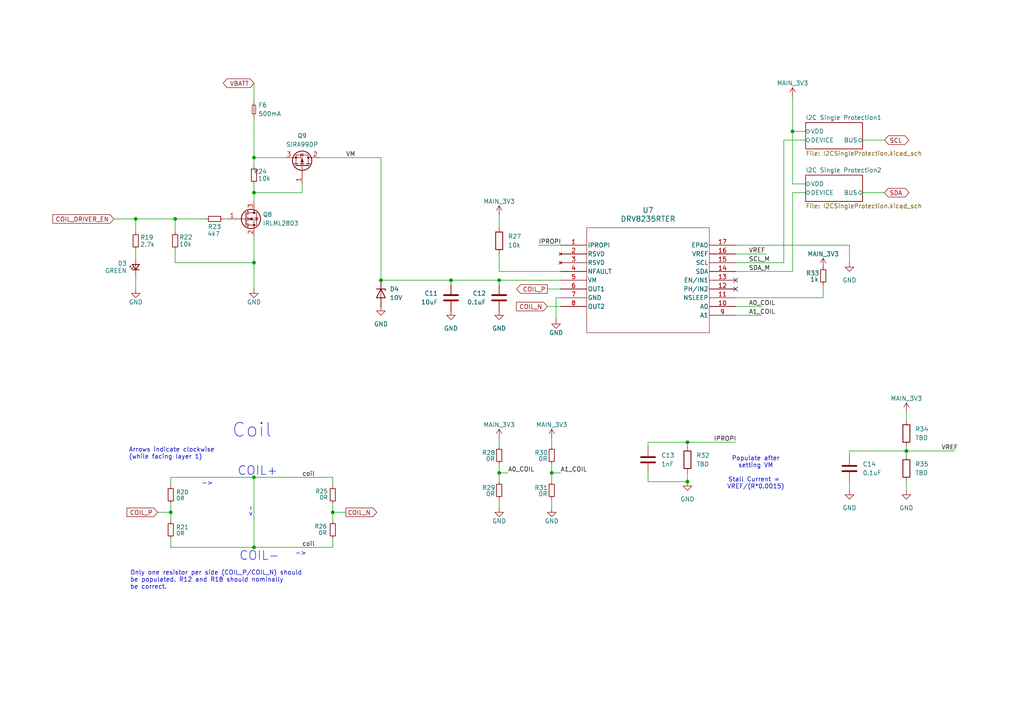
<source format=kicad_sch>
(kicad_sch (version 20231120) (generator "eeschema") (generator_version "8.0")
  (paper "A4")
  (lib_symbols
    (symbol "Argus-IC:DRV8235RTER" (pin_names (offset 0.254))
      (property "Reference" "U" (at 25.4 10.16 0))
      (property "Value" "DRV8235RTER" (at 25.4 7.62 0))
      (symbol "DRV8235RTER_0_1"
        (polyline (pts (xy 7.62 -25.4) (xy 43.18 -25.4)) (stroke (width 0.127)))
        (polyline (pts (xy 7.62 5.08) (xy 7.62 -25.4)) (stroke (width 0.127)))
        (polyline (pts (xy 43.18 -25.4) (xy 43.18 5.08)) (stroke (width 0.127)))
        (polyline (pts (xy 43.18 5.08) (xy 7.62 5.08)) (stroke (width 0.127)))
        (pin power_in line (at 0 0 0) (length 7.62) (name "IPROPI") (number "1"))
        (pin input line (at 50.8 -17.78 180) (length 7.62) (name "A0") (number "10"))
        (pin input line (at 50.8 -15.24 180) (length 7.62) (name "NSLEEP") (number "11"))
        (pin input line (at 50.8 -12.7 180) (length 7.62) (name "PH/IN2") (number "12"))
        (pin input line (at 50.8 -10.16 180) (length 7.62) (name "EN/IN1") (number "13"))
        (pin input line (at 50.8 -7.62 180) (length 7.62) (name "SDA") (number "14"))
        (pin input line (at 50.8 -5.08 180) (length 7.62) (name "SCL") (number "15"))
        (pin input line (at 50.8 -2.54 180) (length 7.62) (name "VREF") (number "16"))
        (pin power_out line (at 50.8 0 180) (length 7.62) (name "EPAD") (number "17"))
        (pin no_connect line (at 0 -2.54 0) (length 7.62) (name "RSVD") (number "2"))
        (pin no_connect line (at 0 -5.08 0) (length 7.62) (name "RSVD") (number "3"))
        (pin output line (at 0 -7.62 0) (length 7.62) (name "NFAULT") (number "4"))
        (pin power_in line (at 0 -10.16 0) (length 7.62) (name "VM") (number "5"))
        (pin output line (at 0 -12.7 0) (length 7.62) (name "OUT1") (number "6"))
        (pin power_out line (at 0 -15.24 0) (length 7.62) (name "GND") (number "7"))
        (pin output line (at 0 -17.78 0) (length 7.62) (name "OUT2") (number "8"))
        (pin input line (at 50.8 -20.32 180) (length 7.62) (name "A1") (number "9"))
      )
    )
    (symbol "Argus-IC:IRLML2803" (pin_names hide)
      (property "Reference" "Q23" (at 2.54 1.27 0))
      (property "Value" "IRLML2803" (at 2.54 -1.27 0))
      (symbol "IRLML2803_0_1"
        (circle (center -0.889 0) (radius 2.794) (stroke (width 0.254)))
        (circle (center 0 -1.778) (radius 0.254) (fill (type outline)))
        (polyline (pts (xy -2.286 0) (xy -5.08 0)))
        (polyline (pts (xy -2.286 1.905) (xy -2.286 -1.905)) (stroke (width 0.254)))
        (polyline (pts (xy -1.778 -1.27) (xy -1.778 -2.286)) (stroke (width 0.254)))
        (polyline (pts (xy -1.778 0.508) (xy -1.778 -0.508)) (stroke (width 0.254)))
        (polyline (pts (xy -1.778 2.286) (xy -1.778 1.27)) (stroke (width 0.254)))
        (polyline (pts (xy 0 2.54) (xy 0 1.778)))
        (polyline (pts (xy 0 -2.54) (xy 0 0) (xy -1.778 0)))
        (polyline (pts (xy -1.778 -1.778) (xy 0.762 -1.778) (xy 0.762 1.778) (xy -1.778 1.778)))
        (polyline (pts (xy -1.524 0) (xy -0.508 0.381) (xy -0.508 -0.381) (xy -1.524 0)) (fill (type outline)))
        (polyline (pts (xy 0.254 0.508) (xy 0.381 0.381) (xy 1.143 0.381) (xy 1.27 0.254)))
        (polyline (pts (xy 0.762 0.381) (xy 0.381 -0.254) (xy 1.143 -0.254) (xy 0.762 0.381)))
        (circle (center 0 1.778) (radius 0.254) (fill (type outline)))
      )
      (symbol "IRLML2803_1_1"
        (pin input line (at -7.62 0 0) (length 2.54) (name "G") (number "1"))
        (pin passive line (at 0 -5.08 90) (length 2.54) (name "S") (number "2"))
        (pin passive line (at 0 5.08 270) (length 2.54) (name "D") (number "3"))
      )
    )
    (symbol "Argus-IC:Q_PMOS_GDS" (pin_names (offset 0) hide)
      (property "Reference" "Q" (at 5.08 1.27 0))
      (property "Value" "Q_PMOS_GDS" (at 5.08 -1.27 0))
      (symbol "Q_PMOS_GDS_0_1"
        (polyline (pts (xy 0.254 0) (xy -2.54 0)))
        (polyline (pts (xy 0.254 1.905) (xy 0.254 -1.905)) (stroke (width 0.254)))
        (polyline (pts (xy 0.762 -1.27) (xy 0.762 -2.286)) (stroke (width 0.254)))
        (polyline (pts (xy 0.762 0.508) (xy 0.762 -0.508)) (stroke (width 0.254)))
        (polyline (pts (xy 0.762 2.286) (xy 0.762 1.27)) (stroke (width 0.254)))
        (polyline (pts (xy 2.54 2.54) (xy 2.54 1.778)))
        (polyline (pts (xy 2.54 -2.54) (xy 2.54 0) (xy 0.762 0)))
        (polyline (pts (xy 0.762 1.778) (xy 3.302 1.778) (xy 3.302 -1.778) (xy 0.762 -1.778)))
        (polyline (pts (xy 2.286 0) (xy 1.27 0.381) (xy 1.27 -0.381) (xy 2.286 0)) (fill (type outline)))
        (polyline (pts (xy 2.794 -0.508) (xy 2.921 -0.381) (xy 3.683 -0.381) (xy 3.81 -0.254)))
        (polyline (pts (xy 3.302 -0.381) (xy 2.921 0.254) (xy 3.683 0.254) (xy 3.302 -0.381)))
        (circle (center 1.651 0) (radius 2.794) (stroke (width 0.254)))
        (circle (center 2.54 -1.778) (radius 0.254) (fill (type outline)))
        (circle (center 2.54 1.778) (radius 0.254) (fill (type outline)))
      )
      (symbol "Q_PMOS_GDS_1_1"
        (pin input line (at -5.08 0 0) (length 2.54) (name "G") (number "1"))
        (pin passive line (at 2.54 5.08 270) (length 2.54) (name "D") (number "2"))
        (pin passive line (at 2.54 -5.08 90) (length 2.54) (name "S") (number "3"))
      )
    )
    (symbol "Device:C" (pin_numbers hide) (pin_names (offset 0.254))
      (property "Reference" "C" (at 0.635 2.54 0))
      (property "Value" "C" (at 0.635 -2.54 0))
      (symbol "C_0_1"
        (polyline (pts (xy -2.032 -0.762) (xy 2.032 -0.762)) (stroke (width 0.508)))
        (polyline (pts (xy -2.032 0.762) (xy 2.032 0.762)) (stroke (width 0.508)))
      )
      (symbol "C_1_1"
        (pin passive line (at 0 3.81 270) (length 2.794) (name "~") (number "1"))
        (pin passive line (at 0 -3.81 90) (length 2.794) (name "~") (number "2"))
      )
    )
    (symbol "Device:Fuse_Small" (pin_numbers hide) (pin_names (offset 0.254) hide)
      (property "Reference" "F" (at 0 -1.524 0))
      (property "Value" "Fuse_Small" (at 0 1.524 0))
      (symbol "Fuse_Small_0_1"
        (rectangle (start -1.27 0.508) (end 1.27 -0.508))
        (polyline (pts (xy -1.27 0) (xy 1.27 0)))
      )
      (symbol "Fuse_Small_1_1"
        (pin passive line (at -2.54 0 0) (length 1.27) (name "~") (number "1"))
        (pin passive line (at 2.54 0 180) (length 1.27) (name "~") (number "2"))
      )
    )
    (symbol "Device:LED_Small" (pin_numbers hide) (pin_names (offset 0.254) hide)
      (property "Reference" "D" (at -1.27 3.175 0))
      (property "Value" "LED_Small" (at -4.445 -2.54 0))
      (symbol "LED_Small_0_1"
        (polyline (pts (xy -0.762 -1.016) (xy -0.762 1.016)) (stroke (width 0.254)))
        (polyline (pts (xy 1.016 0) (xy -0.762 0)))
        (polyline (pts (xy 0.762 -1.016) (xy -0.762 0) (xy 0.762 1.016) (xy 0.762 -1.016)) (stroke (width 0.254)))
        (polyline (pts (xy 0 0.762) (xy -0.508 1.27) (xy -0.254 1.27) (xy -0.508 1.27) (xy -0.508 1.016)))
        (polyline (pts (xy 0.508 1.27) (xy 0 1.778) (xy 0.254 1.778) (xy 0 1.778) (xy 0 1.524)))
      )
      (symbol "LED_Small_1_1"
        (pin passive line (at -2.54 0 0) (length 1.778) (name "K") (number "1"))
        (pin passive line (at 2.54 0 180) (length 1.778) (name "A") (number "2"))
      )
    )
    (symbol "Device:R" (pin_numbers hide) (pin_names (offset 0))
      (property "Reference" "R" (at 2.032 0 90))
      (property "Value" "R" (at 0 0 90))
      (symbol "R_0_1"
        (rectangle (start -1.016 -2.54) (end 1.016 2.54) (stroke (width 0.254)))
      )
      (symbol "R_1_1"
        (pin passive line (at 0 3.81 270) (length 1.27) (name "~") (number "1"))
        (pin passive line (at 0 -3.81 90) (length 1.27) (name "~") (number "2"))
      )
    )
    (symbol "Device:R_Small" (pin_numbers hide) (pin_names (offset 0.254) hide)
      (property "Reference" "R" (at 0.762 0.508 0))
      (property "Value" "R_Small" (at 0.762 -1.016 0))
      (symbol "R_Small_0_1"
        (rectangle (start -0.762 1.778) (end 0.762 -1.778) (stroke (width 0.2032)))
      )
      (symbol "R_Small_1_1"
        (pin passive line (at 0 2.54 270) (length 0.762) (name "~") (number "1"))
        (pin passive line (at 0 -2.54 90) (length 0.762) (name "~") (number "2"))
      )
    )
    (symbol "Diode:PTVS10VZ1USK" (pin_numbers hide) (pin_names hide)
      (property "Reference" "D" (at 0 2.54 0))
      (property "Value" "PTVS10VZ1USK" (at 0 -2.54 0))
      (symbol "PTVS10VZ1USK_0_1"
        (polyline (pts (xy 1.27 0) (xy -1.27 0)))
        (polyline (pts (xy -1.27 -1.27) (xy -1.27 1.27) (xy -0.762 1.27)) (stroke (width 0.254)))
        (polyline (pts (xy 1.27 -1.27) (xy 1.27 1.27) (xy -1.27 0) (xy 1.27 -1.27)) (stroke (width 0.254)))
      )
      (symbol "PTVS10VZ1USK_1_1"
        (pin passive line (at -3.81 0 0) (length 2.54) (name "K") (number "1"))
        (pin passive line (at 3.81 0 180) (length 2.54) (name "A") (number "2"))
      )
    )
    (symbol "power:+3.3V" (power) (pin_numbers hide) (pin_names (offset 0) hide)
      (property "Value" "+3.3V" (at 0 3.556 0))
      (symbol "+3.3V_0_1"
        (polyline (pts (xy -0.762 1.27) (xy 0 2.54)))
        (polyline (pts (xy 0 0) (xy 0 2.54)))
        (polyline (pts (xy 0 2.54) (xy 0.762 1.27)))
      )
      (symbol "+3.3V_1_1"
        (pin power_in line (at 0 0 90) (length 0) (name "~") (number "1"))
      )
    )
    (symbol "power:GND" (power) (pin_numbers hide) (pin_names (offset 0) hide)
      (property "Value" "GND" (at 0 -3.81 0))
      (symbol "GND_0_1"
        (polyline (pts (xy 0 0) (xy 0 -1.27) (xy 1.27 -1.27) (xy 0 -2.54) (xy -1.27 -1.27) (xy 0 -1.27)))
      )
      (symbol "GND_1_1"
        (pin power_in line (at 0 0 270) (length 0) (name "~") (number "1"))
      )
    )
  )
  (junction (at 39.37 63.5))
  (junction (at 73.66 138.43))
  (junction (at 229.87 38.1))
  (junction (at 73.66 55.88))
  (junction (at 73.66 76.2))
  (junction (at 144.78 81.28))
  (junction (at 144.78 137.16))
  (junction (at 49.53 148.59))
  (junction (at 73.66 45.72))
  (junction (at 199.39 139.7))
  (junction (at 160.02 137.16))
  (junction (at 199.39 128.27))
  (junction (at 50.8 63.5))
  (junction (at 262.89 130.81))
  (junction (at 96.52 148.59))
  (junction (at 73.66 158.75))
  (junction (at 130.81 81.28))
  (junction (at 110.49 81.28))
  (no_connect (at 213.36 81.28))
  (no_connect (at 213.36 83.82))
  (wire (pts (xy 144.78 144.78) (xy 144.78 147.32)))
  (wire (pts (xy 229.87 38.1) (xy 229.87 53.34)))
  (wire (pts (xy 250.19 55.88) (xy 256.54 55.88)))
  (wire (pts (xy 213.36 71.12) (xy 246.38 71.12)))
  (wire (pts (xy 144.78 62.23) (xy 144.78 66.04)))
  (wire (pts (xy 238.76 82.55) (xy 238.76 86.36)))
  (wire (pts (xy 96.52 148.59) (xy 96.52 151.13)))
  (wire (pts (xy 73.66 24.13) (xy 73.66 29.21)))
  (wire (pts (xy 144.78 137.16) (xy 147.32 137.16)))
  (wire (pts (xy 39.37 63.5) (xy 39.37 67.31)) (stroke (width 0.1524)))
  (wire (pts (xy 45.72 148.59) (xy 49.53 148.59)))
  (wire (pts (xy 156.21 71.12) (xy 162.56 71.12)))
  (wire (pts (xy 73.66 138.43) (xy 96.52 138.43)))
  (wire (pts (xy 213.36 78.74) (xy 229.87 78.74)))
  (wire (pts (xy 73.66 55.88) (xy 73.66 58.42)) (stroke (width 0.1524)))
  (wire (pts (xy 100.33 148.59) (xy 96.52 148.59)))
  (wire (pts (xy 130.81 82.55) (xy 130.81 81.28)))
  (wire (pts (xy 213.36 88.9) (xy 220.98 88.9)))
  (wire (pts (xy 160.02 144.78) (xy 160.02 147.32)))
  (wire (pts (xy 227.33 40.64) (xy 233.68 40.64)))
  (wire (pts (xy 262.89 129.54) (xy 262.89 130.81)))
  (wire (pts (xy 162.56 86.36) (xy 161.29 86.36)))
  (wire (pts (xy 262.89 130.81) (xy 262.89 132.08)))
  (wire (pts (xy 73.66 158.75) (xy 96.52 158.75)))
  (wire (pts (xy 49.53 138.43) (xy 73.66 138.43)))
  (wire (pts (xy 50.8 63.5) (xy 50.8 67.31)) (stroke (width 0.1524)))
  (wire (pts (xy 160.02 134.62) (xy 160.02 137.16)))
  (wire (pts (xy 229.87 27.94) (xy 229.87 38.1)))
  (wire (pts (xy 199.39 128.27) (xy 187.96 128.27)))
  (wire (pts (xy 229.87 78.74) (xy 229.87 55.88)))
  (wire (pts (xy 262.89 130.81) (xy 276.86 130.81)))
  (wire (pts (xy 144.78 82.55) (xy 144.78 81.28)))
  (wire (pts (xy 160.02 137.16) (xy 162.56 137.16)))
  (wire (pts (xy 213.36 76.2) (xy 227.33 76.2)))
  (wire (pts (xy 39.37 72.39) (xy 39.37 74.93)))
  (wire (pts (xy 158.75 83.82) (xy 162.56 83.82)))
  (wire (pts (xy 73.66 55.88) (xy 87.63 55.88)) (stroke (width 0.1524)))
  (wire (pts (xy 39.37 83.82) (xy 39.37 80.01)))
  (wire (pts (xy 130.81 81.28) (xy 144.78 81.28)))
  (wire (pts (xy 246.38 71.12) (xy 246.38 76.2)))
  (wire (pts (xy 49.53 146.05) (xy 49.53 148.59)))
  (wire (pts (xy 39.37 63.5) (xy 33.02 63.5)) (stroke (width 0.1524)))
  (wire (pts (xy 144.78 78.74) (xy 162.56 78.74)))
  (wire (pts (xy 73.66 34.29) (xy 73.66 38.1)))
  (wire (pts (xy 144.78 127) (xy 144.78 129.54)))
  (wire (pts (xy 64.77 63.5) (xy 66.04 63.5)))
  (wire (pts (xy 144.78 81.28) (xy 162.56 81.28)))
  (wire (pts (xy 246.38 130.81) (xy 262.89 130.81)))
  (wire (pts (xy 213.36 91.44) (xy 220.98 91.44)))
  (wire (pts (xy 73.66 45.72) (xy 82.55 45.72)) (stroke (width 0.1524)))
  (wire (pts (xy 187.96 128.27) (xy 187.96 129.54)))
  (wire (pts (xy 110.49 81.28) (xy 110.49 45.72)))
  (wire (pts (xy 199.39 139.7) (xy 199.39 137.16)))
  (wire (pts (xy 73.66 83.82) (xy 73.66 76.2)))
  (wire (pts (xy 73.66 38.1) (xy 73.66 45.72)) (stroke (width 0.1524)))
  (wire (pts (xy 144.78 134.62) (xy 144.78 137.16)))
  (wire (pts (xy 87.63 55.88) (xy 87.63 53.34)) (stroke (width 0.1524)))
  (wire (pts (xy 144.78 137.16) (xy 144.78 139.7)))
  (wire (pts (xy 262.89 139.7) (xy 262.89 142.24)))
  (wire (pts (xy 199.39 128.27) (xy 199.39 129.54)))
  (wire (pts (xy 144.78 73.66) (xy 144.78 78.74)))
  (wire (pts (xy 229.87 55.88) (xy 233.68 55.88)))
  (wire (pts (xy 233.68 53.34) (xy 229.87 53.34)))
  (wire (pts (xy 58.42 63.5) (xy 59.69 63.5)))
  (wire (pts (xy 96.52 146.05) (xy 96.52 148.59)))
  (wire (pts (xy 49.53 158.75) (xy 73.66 158.75)))
  (wire (pts (xy 161.29 86.36) (xy 161.29 92.71)))
  (wire (pts (xy 227.33 76.2) (xy 227.33 40.64)))
  (wire (pts (xy 160.02 137.16) (xy 160.02 139.7)))
  (wire (pts (xy 73.66 68.58) (xy 73.66 76.2)))
  (wire (pts (xy 229.87 38.1) (xy 233.68 38.1)))
  (wire (pts (xy 49.53 156.21) (xy 49.53 158.75)))
  (wire (pts (xy 49.53 138.43) (xy 49.53 140.97)))
  (wire (pts (xy 49.53 148.59) (xy 49.53 151.13)))
  (wire (pts (xy 50.8 76.2) (xy 50.8 72.39)))
  (wire (pts (xy 187.96 137.16) (xy 187.96 139.7)))
  (wire (pts (xy 262.89 119.38) (xy 262.89 121.92)))
  (wire (pts (xy 158.75 88.9) (xy 162.56 88.9)))
  (wire (pts (xy 110.49 81.28) (xy 130.81 81.28)))
  (wire (pts (xy 73.66 53.34) (xy 73.66 55.88)))
  (wire (pts (xy 73.66 45.72) (xy 73.66 48.26)))
  (wire (pts (xy 39.37 63.5) (xy 50.8 63.5)) (stroke (width 0.1524)))
  (wire (pts (xy 160.02 127) (xy 160.02 129.54)))
  (wire (pts (xy 50.8 63.5) (xy 58.42 63.5)) (stroke (width 0.1524)))
  (wire (pts (xy 92.71 45.72) (xy 110.49 45.72)))
  (wire (pts (xy 96.52 138.43) (xy 96.52 140.97)))
  (wire (pts (xy 213.36 73.66) (xy 222.25 73.66)))
  (wire (pts (xy 213.36 86.36) (xy 238.76 86.36)))
  (wire (pts (xy 187.96 139.7) (xy 199.39 139.7)))
  (wire (pts (xy 246.38 130.81) (xy 246.38 132.08)))
  (wire (pts (xy 50.8 76.2) (xy 73.66 76.2)))
  (wire (pts (xy 199.39 128.27) (xy 213.36 128.27)))
  (wire (pts (xy 96.52 156.21) (xy 96.52 158.75)))
  (wire (pts (xy 246.38 139.7) (xy 246.38 142.24)))
  (wire (pts (xy 250.19 40.64) (xy 256.54 40.64)))
  (wire (pts (xy 73.66 138.43) (xy 73.66 158.75)))
  (text "->" (at 58.42 140.97 0) (effects (font (size 1.27 1.27)) (justify left bottom)))
  (text "COIL+" (at 68.834 138.176 0) (effects (font (size 2.54 2.54)) (justify left bottom)))
  (text "Coil" (at 67.183 127.254 0) (effects (font (size 4 4)) (justify left bottom)))
  (text "Arrows indicate clockwise\n(while facing layer 1)" (at 37.338 133.35 0) (effects (font (size 1.27 1.27)) (justify left bottom)))
  (text "Only one resistor per side (COIL_P/COIL_N) should \nbe populated. R12 and R18 should nominally \nbe correct." (at 37.719 171.069 0) (effects (font (size 1.27 1.27)) (justify left bottom)))
  (text "->" (at 88.9 161.29 0) (effects (font (size 1.27 1.27)) (justify right bottom)))
  (text "COIL-" (at 69.342 162.814 0) (effects (font (size 2.54 2.54)) (justify left bottom)))
  (text "Populate after\nsetting VM\n\nStall Current = \nVREF/(R*0.0015)" (at 219.202 137.16 0) (effects (font (size 1.27 1.27))))
  (text "<-" (at 73.406 150.114 90) (effects (font (size 1.27 1.27)) (justify left bottom)))
  (label "VM" (at 100.33 45.72 0))
  (label "IPROPI" (at 207.01 128.27 0))
  (label "VREF" (at 273.05 130.81 0))
  (label "A1_COIL" (at 217.17 91.44 0))
  (label "coil" (at 87.63 158.75 0))
  (label "SDA_M" (at 217.17 78.74 0))
  (label "SCL_M" (at 217.17 76.2 0))
  (label "A0_COIL" (at 217.17 88.9 0))
  (label "A1_COIL" (at 162.56 137.16 0))
  (label "A0_COIL" (at 147.32 137.16 0))
  (label "IPROPI" (at 156.21 71.12 0))
  (label "coil" (at 87.63 138.43 0))
  (label "VREF" (at 217.17 73.66 0))
  (global_label "COIL_DRIVER_EN" (shape input) (at 33.02 63.5 180) (property "Intersheetrefs" "${INTERSHEET_REFS}" (effects (hide yes))))
  (global_label "COIL_N" (shape output) (at 100.33 148.59 0) (property "Intersheetrefs" "${INTERSHEET_REFS}" (effects (hide yes))))
  (global_label "SCL" (shape bidirectional) (at 256.54 40.64 0) (property "Intersheetrefs" "${INTERSHEET_REFS}" (effects (hide yes))))
  (global_label "VBATT" (shape bidirectional) (at 73.66 24.13 180) (property "Intersheetrefs" "${INTERSHEET_REFS}" (effects (hide yes))))
  (global_label "COIL_P" (shape output) (at 158.75 83.82 180) (property "Intersheetrefs" "${INTERSHEET_REFS}" (effects (hide yes))))
  (global_label "COIL_N" (shape input) (at 158.75 88.9 180) (property "Intersheetrefs" "${INTERSHEET_REFS}" (effects (hide yes))))
  (global_label "SDA" (shape bidirectional) (at 256.54 55.88 0) (property "Intersheetrefs" "${INTERSHEET_REFS}" (effects (hide yes))))
  (global_label "COIL_P" (shape input) (at 45.72 148.59 180) (property "Intersheetrefs" "${INTERSHEET_REFS}" (effects (hide yes))))
  (symbol (lib_id "Device:C") (at 130.81 86.36 0) (mirror y) (unit 1)
    (property "Reference" "C11" (at 127 85.0899 0) (effects (justify left)))
    (property "Value" "10uF" (at 127 87.6299 0) (effects (justify left)))
    (property "Footprint" "Capacitor_SMD:C_1210_3225Metric" (effects (hide yes)))
    (property "Description" "Unpolarized capacitor" (effects (hide yes)))
  )
  (symbol (lib_id "Device:R") (at 262.89 125.73 0) (unit 1)
    (property "Reference" "R34" (at 265.43 124.4599 0) (effects (justify left)))
    (property "Value" "TBD" (at 265.43 126.9999 0) (effects (justify left)))
    (property "Footprint" "Resistor_SMD:R_0603_1608Metric" (effects (hide yes)))
    (property "Description" "Resistor" (effects (hide yes)))
  )
  (symbol (lib_id "Argus-IC:DRV8235RTER") (at 162.56 71.12 0) (unit 1)
    (property "Reference" "U7" (at 187.96 60.96 0) (effects (font (size 1.524 1.524))))
    (property "Value" "DRV8235RTER" (at 187.96 63.5 0) (effects (font (size 1.524 1.524))))
    (property "Footprint" "Argus-IC:WQFN16_RTE_TEX" (effects (hide yes)))
    (property "Datasheet" "DRV8235RTER" (effects (hide yes)))
  )
  (symbol (lib_id "Device:R_Small") (at 39.37 69.85 0) (unit 1)
    (property "Reference" "R19" (at 40.64 69.596 0) (effects (justify left bottom)))
    (property "Value" "2.7k" (at 40.64 71.628 0) (effects (justify left bottom)))
    (property "Footprint" "Resistor_SMD:R_0603_1608Metric" (effects (hide yes)))
    (property "Description" "Resistor, small symbol" (effects (hide yes)))
    (property "DIS" "Digi-Key" (effects (hide yes)))
    (property "DPN" "A129693CT-ND" (effects (hide yes)))
    (property "MFR" "TE" (effects (hide yes)))
    (property "MPN" "CRGCQ0603F2K7" (effects (hide yes)))
  )
  (symbol (lib_id "power:GND") (at 199.39 139.7 0) (unit 1)
    (property "Reference" "#PWR031" (effects (hide yes)))
    (property "Value" "GND" (at 199.39 144.78 0))
    (property "Description" "Power symbol creates a global label with name \"GND\" , ground" (effects (hide yes)))
  )
  (symbol (lib_id "power:GND") (at 246.38 76.2 0) (unit 1)
    (property "Reference" "#PWR034" (effects (hide yes)))
    (property "Value" "GND" (at 246.38 81.28 0))
    (property "Description" "Power symbol creates a global label with name \"GND\" , ground" (effects (hide yes)))
  )
  (symbol (lib_id "power:GND") (at 130.81 90.17 0) (mirror y) (unit 1)
    (property "Reference" "#PWR023" (effects (hide yes)))
    (property "Value" "GND" (at 130.81 95.25 0))
    (property "Description" "Power symbol creates a global label with name \"GND\" , ground" (effects (hide yes)))
  )
  (symbol (lib_id "Device:C") (at 246.38 135.89 0) (unit 1)
    (property "Reference" "C14" (at 250.19 134.6199 0) (effects (justify left)))
    (property "Value" "0.1uF" (at 250.19 137.1599 0) (effects (justify left)))
    (property "Footprint" "Capacitor_SMD:C_0603_1608Metric" (effects (hide yes)))
    (property "Description" "Unpolarized capacitor" (effects (hide yes)))
  )
  (symbol (lib_id "power:GND") (at 246.38 142.24 0) (unit 1)
    (property "Reference" "#PWR035" (effects (hide yes)))
    (property "Value" "GND" (at 246.38 147.32 0))
    (property "Description" "Power symbol creates a global label with name \"GND\" , ground" (effects (hide yes)))
  )
  (symbol (lib_id "power:GND") (at 73.66 83.82 0) (mirror y) (unit 1)
    (property "Reference" "#GND02" (effects (hide yes)))
    (property "Value" "GND" (at 73.66 87.63 0))
    (property "Description" "Power symbol creates a global label with name \"GND\" , ground" (effects (hide yes)))
  )
  (symbol (lib_id "power:GND") (at 262.89 142.24 0) (unit 1)
    (property "Reference" "#PWR037" (effects (hide yes)))
    (property "Value" "GND" (at 262.89 147.32 0))
    (property "Description" "Power symbol creates a global label with name \"GND\" , ground" (effects (hide yes)))
  )
  (symbol (lib_id "power:+3.3V") (at 144.78 62.23 0) (unit 1)
    (property "Reference" "#PWR024" (effects (hide yes)))
    (property "Value" "MAIN_3V3" (at 144.78 58.42 0))
    (property "Description" "Power symbol creates a global label with name \"+3.3V\"" (effects (hide yes)))
  )
  (symbol (lib_id "Diode:PTVS10VZ1USK") (at 110.49 85.09 270) (unit 1)
    (property "Reference" "D4" (at 113.03 83.8199 90) (effects (justify left)))
    (property "Value" "10V" (at 113.03 86.3599 90) (effects (justify left)))
    (property "Footprint" "Diode_SMD:Nexperia_DSN1608-2_1.6x0.8mm" (effects (hide yes)))
    (property "Datasheet" "https://assets.nexperia.com/documents/data-sheet/PTVS10VZ1USK.pdf" (effects (hide yes)))
    (property "Description" "10V, 2000W TVS unidirectional diode, DSN1608-2" (effects (hide yes)))
  )
  (symbol (lib_id "power:GND") (at 144.78 147.32 0) (unit 1)
    (property "Reference" "#PWR027" (effects (hide yes)))
    (property "Value" "GND" (at 144.78 151.13 0))
    (property "Description" "Power symbol creates a global label with name \"GND\" , ground" (effects (hide yes)))
  )
  (symbol (lib_id "power:GND") (at 161.29 92.71 0) (unit 1)
    (property "Reference" "#PWR030" (effects (hide yes)))
    (property "Value" "GND" (at 161.29 96.52 0))
    (property "Description" "Power symbol creates a global label with name \"GND\" , ground" (effects (hide yes)))
  )
  (symbol (lib_id "Argus-IC:Q_PMOS_GDS") (at 87.63 48.26 270) (mirror x) (unit 1)
    (property "Reference" "Q9" (at 87.63 39.37 90))
    (property "Value" "SiRA99DP" (at 87.63 41.91 90))
    (property "Footprint" "Argus-Miscellaneous:PowerPAK SO-8" (effects (hide yes)))
    (property "Description" "P-MOSFET transistor, gate/drain/source" (effects (hide yes)))
  )
  (symbol (lib_id "Device:R_Small") (at 96.52 143.51 180) (unit 1)
    (property "Reference" "R25" (at 91.44 142.494 0) (effects (font (size 1.2 1.2)) (justify right)))
    (property "Value" "0R" (at 92.583 144.272 0) (effects (font (size 1.2 1.2)) (justify right)))
    (property "Footprint" "Resistor_SMD:R_0603_1608Metric" (effects (hide yes)))
    (property "Description" "Resistor, small symbol" (effects (hide yes)))
  )
  (symbol (lib_id "power:+3.3V") (at 238.76 77.47 0) (unit 1)
    (property "Reference" "#PWR033" (effects (hide yes)))
    (property "Value" "MAIN_3V3" (at 238.76 73.66 0))
    (property "Description" "Power symbol creates a global label with name \"+3.3V\"" (effects (hide yes)))
  )
  (symbol (lib_id "Device:R_Small") (at 96.52 153.67 180) (unit 1)
    (property "Reference" "R26" (at 91.186 152.654 0) (effects (font (size 1.2 1.2)) (justify right)))
    (property "Value" "0R" (at 92.329 154.559 0) (effects (font (size 1.2 1.2)) (justify right)))
    (property "Footprint" "Resistor_SMD:R_0603_1608Metric" (effects (hide yes)))
    (property "Description" "Resistor, small symbol" (effects (hide yes)))
  )
  (symbol (lib_id "Device:C") (at 187.96 133.35 0) (unit 1)
    (property "Reference" "C13" (at 191.77 132.0799 0) (effects (justify left)))
    (property "Value" "1nF" (at 191.77 134.6199 0) (effects (justify left)))
    (property "Footprint" "Capacitor_SMD:C_0603_1608Metric" (effects (hide yes)))
    (property "Description" "Unpolarized capacitor" (effects (hide yes)))
  )
  (symbol (lib_id "Device:R_Small") (at 238.76 80.01 0) (mirror x) (unit 1)
    (property "Reference" "R33" (at 235.712 79.248 0))
    (property "Value" "1k" (at 236.22 81.026 0))
    (property "Footprint" "Resistor_SMD:R_0603_1608Metric" (effects (hide yes)))
    (property "Description" "Resistor, small symbol" (effects (hide yes)))
  )
  (symbol (lib_id "Device:R") (at 144.78 69.85 0) (unit 1)
    (property "Reference" "R27" (at 147.32 68.5799 0) (effects (justify left)))
    (property "Value" "10k" (at 147.32 71.1199 0) (effects (justify left)))
    (property "Footprint" "Resistor_SMD:R_0603_1608Metric" (effects (hide yes)))
    (property "Description" "Resistor" (effects (hide yes)))
  )
  (symbol (lib_id "power:+3.3V") (at 144.78 127 0) (unit 1)
    (property "Reference" "#PWR026" (effects (hide yes)))
    (property "Value" "MAIN_3V3" (at 144.78 123.19 0))
    (property "Description" "Power symbol creates a global label with name \"+3.3V\"" (effects (hide yes)))
  )
  (symbol (lib_id "power:GND") (at 160.02 147.32 0) (unit 1)
    (property "Reference" "#PWR029" (effects (hide yes)))
    (property "Value" "GND" (at 160.02 151.13 0))
    (property "Description" "Power symbol creates a global label with name \"GND\" , ground" (effects (hide yes)))
  )
  (symbol (lib_id "Device:R_Small") (at 49.53 153.67 180) (unit 1)
    (property "Reference" "R21" (at 51.054 152.908 0) (effects (font (size 1.2 1.2)) (justify right)))
    (property "Value" "0R" (at 51.054 154.686 0) (effects (font (size 1.2 1.2)) (justify right)))
    (property "Footprint" "Resistor_SMD:R_0603_1608Metric" (effects (hide yes)))
    (property "Description" "Resistor, small symbol" (effects (hide yes)))
  )
  (symbol (lib_id "Device:R_Small") (at 160.02 132.08 0) (mirror x) (unit 1)
    (property "Reference" "R30" (at 156.972 131.318 0))
    (property "Value" "0R" (at 157.48 133.096 0))
    (property "Footprint" "Resistor_SMD:R_0603_1608Metric" (effects (hide yes)))
    (property "Description" "Resistor, small symbol" (effects (hide yes)))
  )
  (symbol (lib_id "Device:R") (at 199.39 133.35 0) (unit 1)
    (property "Reference" "R32" (at 201.93 132.0799 0) (effects (justify left)))
    (property "Value" "TBD" (at 201.93 134.6199 0) (effects (justify left)))
    (property "Footprint" "Resistor_SMD:R_0603_1608Metric" (effects (hide yes)))
    (property "Description" "Resistor" (effects (hide yes)))
  )
  (symbol (lib_id "Device:LED_Small") (at 39.37 77.47 90) (unit 1)
    (property "Reference" "D3" (at 36.83 75.692 90) (effects (justify left bottom)))
    (property "Value" "GREEN" (at 36.83 79.248 90) (effects (justify left top)))
    (property "Footprint" "LED_SMD:LED_0603_1608Metric" (effects (hide yes)))
    (property "Description" "Light emitting diode, small symbol" (effects (hide yes)))
    (property "DIS" "Digi-Key" (effects (hide yes)))
    (property "DPN" "1830-1064-1-ND" (effects (hide yes)))
    (property "MFR" "Inolux" (effects (hide yes)))
    (property "MPN" "IN-S63AT5A" (effects (hide yes)))
  )
  (symbol (lib_id "power:GND") (at 39.37 83.82 0) (mirror y) (unit 1)
    (property "Reference" "#GND01" (effects (hide yes)))
    (property "Value" "GND" (at 39.37 87.63 0))
    (property "Description" "Power symbol creates a global label with name \"GND\" , ground" (effects (hide yes)))
  )
  (symbol (lib_id "Device:R_Small") (at 144.78 142.24 0) (mirror x) (unit 1)
    (property "Reference" "R29" (at 141.732 141.478 0))
    (property "Value" "0R" (at 142.24 143.256 0))
    (property "Footprint" "Resistor_SMD:R_0603_1608Metric" (effects (hide yes)))
    (property "Description" "Resistor, small symbol" (effects (hide yes)))
  )
  (symbol (lib_id "Device:R_Small") (at 62.23 63.5 90) (unit 1)
    (property "Reference" "R23" (at 62.23 65.786 90))
    (property "Value" "4k7" (at 61.976 67.818 90))
    (property "Footprint" "Resistor_SMD:R_0603_1608Metric" (effects (hide yes)))
    (property "Description" "Resistor, small symbol" (effects (hide yes)))
  )
  (symbol (lib_id "Device:R") (at 262.89 135.89 0) (unit 1)
    (property "Reference" "R35" (at 265.43 134.6199 0) (effects (justify left)))
    (property "Value" "TBD" (at 265.43 137.1599 0) (effects (justify left)))
    (property "Footprint" "Resistor_SMD:R_0603_1608Metric" (effects (hide yes)))
    (property "Description" "Resistor" (effects (hide yes)))
  )
  (symbol (lib_id "Device:R_Small") (at 160.02 142.24 0) (mirror x) (unit 1)
    (property "Reference" "R31" (at 156.972 141.478 0))
    (property "Value" "0R" (at 157.48 143.256 0))
    (property "Footprint" "Resistor_SMD:R_0603_1608Metric" (effects (hide yes)))
    (property "Description" "Resistor, small symbol" (effects (hide yes)))
  )
  (symbol (lib_id "Device:R_Small") (at 49.53 143.51 180) (unit 1)
    (property "Reference" "R20" (at 51.054 142.748 0) (effects (font (size 1.2 1.2)) (justify right)))
    (property "Value" "0R" (at 51.054 144.526 0) (effects (font (size 1.2 1.2)) (justify right)))
    (property "Footprint" "Resistor_SMD:R_0603_1608Metric" (effects (hide yes)))
    (property "Description" "Resistor, small symbol" (effects (hide yes)))
  )
  (symbol (lib_id "power:GND") (at 110.49 88.9 0) (mirror y) (unit 1)
    (property "Reference" "#PWR022" (effects (hide yes)))
    (property "Value" "GND" (at 110.49 93.98 0))
    (property "Description" "Power symbol creates a global label with name \"GND\" , ground" (effects (hide yes)))
  )
  (symbol (lib_id "power:GND") (at 144.78 90.17 0) (mirror y) (unit 1)
    (property "Reference" "#PWR025" (effects (hide yes)))
    (property "Value" "GND" (at 144.78 95.25 0))
    (property "Description" "Power symbol creates a global label with name \"GND\" , ground" (effects (hide yes)))
  )
  (symbol (lib_id "power:+3.3V") (at 262.89 119.38 0) (unit 1)
    (property "Reference" "#PWR036" (effects (hide yes)))
    (property "Value" "MAIN_3V3" (at 262.89 115.57 0))
    (property "Description" "Power symbol creates a global label with name \"+3.3V\"" (effects (hide yes)))
  )
  (symbol (lib_id "Argus-IC:IRLML2803") (at 73.66 63.5 0) (unit 1)
    (property "Reference" "Q8" (at 76.2 62.23 0) (effects (justify left)))
    (property "Value" "IRLML2803" (at 76.2 64.77 0) (effects (justify left)))
    (property "Footprint" "Package_TO_SOT_SMD:SOT-23" (effects (hide yes)))
  )
  (symbol (lib_id "power:+3.3V") (at 160.02 127 0) (unit 1)
    (property "Reference" "#PWR028" (effects (hide yes)))
    (property "Value" "MAIN_3V3" (at 160.02 123.19 0))
    (property "Description" "Power symbol creates a global label with name \"+3.3V\"" (effects (hide yes)))
  )
  (symbol (lib_id "Device:R_Small") (at 50.8 69.85 180) (unit 1)
    (property "Reference" "R22" (at 55.88 68.072 0) (effects (justify left bottom)))
    (property "Value" "10k" (at 55.626 70.104 0) (effects (justify left bottom)))
    (property "Footprint" "Resistor_SMD:R_0603_1608Metric" (effects (hide yes)))
    (property "Description" "Resistor, small symbol" (effects (hide yes)))
    (property "DIS" "Digi-Key" (effects (hide yes)))
    (property "DPN" "311-10.0KHRCT-ND" (effects (hide yes)))
    (property "MFR" "Yageo" (effects (hide yes)))
    (property "MPN" "RC0603FR-0710KL" (effects (hide yes)))
  )
  (symbol (lib_id "Device:C") (at 144.78 86.36 0) (mirror y) (unit 1)
    (property "Reference" "C12" (at 140.97 85.0899 0) (effects (justify left)))
    (property "Value" "0.1uF" (at 140.97 87.6299 0) (effects (justify left)))
    (property "Footprint" "Capacitor_SMD:C_0603_1608Metric" (effects (hide yes)))
    (property "Description" "Unpolarized capacitor" (effects (hide yes)))
  )
  (symbol (lib_id "power:+3.3V") (at 229.87 27.94 0) (unit 1)
    (property "Reference" "#PWR032" (effects (hide yes)))
    (property "Value" "MAIN_3V3" (at 229.87 24.13 0))
    (property "Description" "Power symbol creates a global label with name \"+3.3V\"" (effects (hide yes)))
  )
  (symbol (lib_id "Device:Fuse_Small") (at 73.66 31.75 90) (unit 1)
    (property "Reference" "F6" (at 74.93 30.4799 90) (effects (justify right)))
    (property "Value" "500mA" (at 74.93 33.0199 90) (effects (justify right)))
    (property "Footprint" "Fuse:Fuse_0603_1608Metric" (effects (hide yes)))
    (property "Description" "Fuse, small symbol" (effects (hide yes)))
  )
  (symbol (lib_id "Device:R_Small") (at 144.78 132.08 0) (mirror x) (unit 1)
    (property "Reference" "R28" (at 141.732 131.318 0))
    (property "Value" "0R" (at 142.24 133.096 0))
    (property "Footprint" "Resistor_SMD:R_0603_1608Metric" (effects (hide yes)))
    (property "Description" "Resistor, small symbol" (effects (hide yes)))
  )
  (symbol (lib_id "Device:R_Small") (at 73.66 50.8 180) (unit 1)
    (property "Reference" "R24" (at 77.47 49.022 0) (effects (justify left bottom)))
    (property "Value" "10k" (at 78.486 51.054 0) (effects (justify left bottom)))
    (property "Footprint" "Resistor_SMD:R_0603_1608Metric" (effects (hide yes)))
    (property "Description" "Resistor, small symbol" (effects (hide yes)))
    (property "DIS" "Digi-Key" (effects (hide yes)))
    (property "DPN" "311-10.0KHRCT-ND" (effects (hide yes)))
    (property "MFR" "Yageo" (effects (hide yes)))
    (property "MPN" "RC0603FR-0710KL" (effects (hide yes)))
  )
  (sheet (at 233.68 50.8) (size 16.51 7.62) (stroke (width 0.1524))
    (property "Sheetname" "I2C Single Protection2" (at 233.68 50.0884 0) (effects (justify left bottom)))
    (property "Sheetfile" "I2CSingleProtection.kicad_sch" (at 233.68 59.0046 0) (effects (justify left top)))
    (pin "DEVICE" bidirectional (at 233.68 55.88 180))
    (pin "BUS" bidirectional (at 250.19 55.88 0))
    (pin "VDD" bidirectional (at 233.68 53.34 180))
  )
  (sheet (at 233.68 35.56) (size 16.51 7.62) (stroke (width 0.1524))
    (property "Sheetname" "I2C Single Protection1" (at 233.68 34.8484 0) (effects (justify left bottom)))
    (property "Sheetfile" "I2CSingleProtection.kicad_sch" (at 233.68 43.7646 0) (effects (justify left top)))
    (pin "DEVICE" bidirectional (at 233.68 40.64 180))
    (pin "BUS" bidirectional (at 250.19 40.64 0))
    (pin "VDD" bidirectional (at 233.68 38.1 180))
  )
)
</source>
